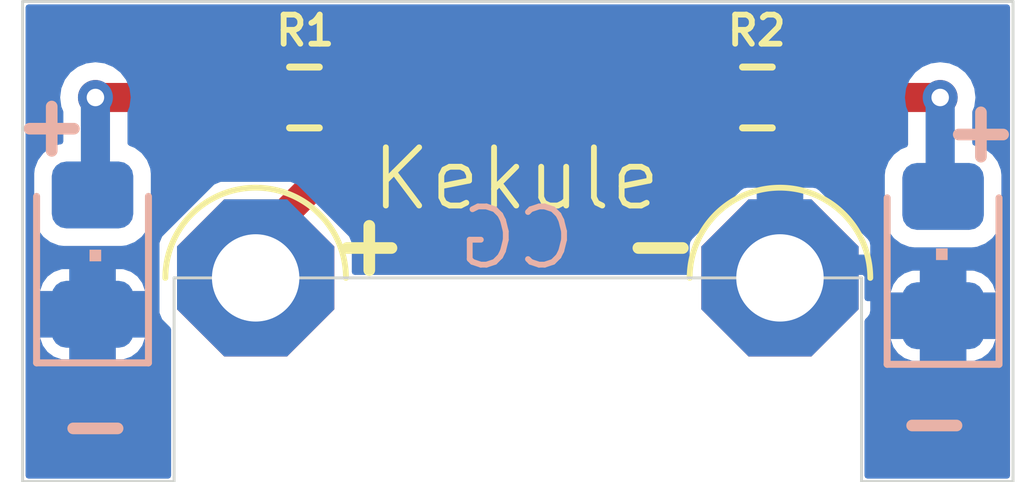
<source format=kicad_pcb>
(kicad_pcb (version 20240108) (generator "pcbnew") (generator_version "8.0")
  (layers (0 "F.Cu" signal) (31 "B.Cu" signal) (34 "B.Paste" user) (35 "F.Paste" user) (36 "B.SilkS" user "B.Silkscreen") (37 "F.SilkS" user "F.Silkscreen") (38 "B.Mask" user) (39 "F.Mask" user) (44 "Edge.Cuts" user))
  (net 0 "")
  (net 1 "Net-(D1-A)")
  (net 2 "GND")
  (net 3 "Net-(D2-A)")
  (net 4 "VCC")
  (footprint "TestPoint:TestPoint_THTPad_D3.0mm_Drill1.5mm" (layer "F.Cu") (at 63.5 36.55)
    (property "Reference" "J1" (hide yes))
    (property "Value" "~")
    (fp_arc (start -1.55 0) (mid 0 -1.55) (end 1.55 0) (stroke (width 0.1)) (layer "F.SilkS"))
    (pad "1" thru_hole roundrect (at 0 0) (size 2.7 2.7) (drill 1.5) (layers "*.Cu" "*.Mask") (roundrect_rratio 0) (chamfer_ratio 0.3) (chamfer top_left top_right bottom_left bottom_right) (net 4 "VCC"))
  )
  (footprint "Resistor_SMD:R_0603_1608Metric_Pad0.98x0.95mm_HandSolder" (layer "F.Cu") (at 64.3375 33.45 180)
    (property "Reference" "R1" (at -0.0125 1.15 0) (layer "F.SilkS") (effects (font (size 0.5 0.5) (thickness 0.1) (bold yes))))
    (property "Value" "R150")
    (fp_line (start -0.254724 0.5225) (end 0.254724 0.5225) (stroke (width 0.12)) (layer "F.SilkS"))
    (fp_line (start -0.254724 -0.5225) (end 0.254724 -0.5225) (stroke (width 0.12)) (layer "F.SilkS"))
    (pad "1" smd roundrect (at -0.9125 0 180) (size 0.975 0.95) (layers "F.Cu" "F.Paste" "F.Mask") (net 4 "VCC"))
    (pad "2" smd roundrect (at 0.9125 0 180) (size 0.975 0.95) (layers "F.Cu" "F.Paste" "F.Mask") (net 1 "Net-(D1-A)"))
  )
  (footprint "Resistor_SMD:R_0603_1608Metric_Pad0.98x0.95mm_HandSolder" (layer "F.Cu") (at 72.1125 33.45)
    (property "Reference" "R2" (at -0.0125 -1.15 0) (layer "F.SilkS") (effects (font (size 0.5 0.5) (thickness 0.1) (bold yes))))
    (property "Value" "R150")
    (fp_line (start -0.254724 -0.5225) (end 0.254724 -0.5225) (stroke (width 0.12)) (layer "F.SilkS"))
    (fp_line (start -0.254724 0.5225) (end 0.254724 0.5225) (stroke (width 0.12)) (layer "F.SilkS"))
    (pad "1" smd roundrect (at -0.9125 0) (size 0.975 0.95) (layers "F.Cu" "F.Paste" "F.Mask") (net 4 "VCC"))
    (pad "2" smd roundrect (at 0.9125 0) (size 0.975 0.95) (layers "F.Cu" "F.Paste" "F.Mask") (net 3 "Net-(D2-A)"))
  )
  (footprint "TestPoint:TestPoint_THTPad_D3.0mm_Drill1.5mm" (layer "F.Cu") (at 72.5 36.55)
    (property "Reference" "J2" (hide yes))
    (property "Value" "~")
    (fp_arc (start -1.55 0) (mid 0 -1.55) (end 1.55 0) (stroke (width 0.1)) (layer "F.SilkS"))
    (pad "1" thru_hole roundrect (at 0 0) (size 2.7 2.7) (drill 1.5) (layers "*.Cu" "*.Mask") (roundrect_rratio 0) (chamfer_ratio 0.3) (chamfer top_left top_right bottom_left bottom_right) (net 2 "GND"))
  )
  (footprint "LED_SMD:LED_0805_2012Metric_Pad1.15x1.40mm_HandSolder" (layer "B.Cu") (at 60.7 36.15 90)
    (property "Reference" "D1" (hide yes))
    (property "Value" "LED")
    (fp_line (start 1 -0.96) (end -1.86 -0.96) (stroke (width 0.12)) (layer "B.SilkS"))
    (fp_line (start -1.86 -0.96) (end -1.86 0.96) (stroke (width 0.12)) (layer "B.SilkS"))
    (fp_line (start -1.86 0.96) (end 1 0.96) (stroke (width 0.12)) (layer "B.SilkS"))
    (pad "1" smd roundrect (at -1.025 0 90) (size 1.15 1.4) (layers "B.Cu" "B.Paste" "B.Mask") (roundrect_rratio 0.217391) (net 2 "GND"))
    (pad "2" smd roundrect (at 1.025 0 90) (size 1.15 1.4) (layers "B.Cu" "B.Paste" "B.Mask") (roundrect_rratio 0.217391) (net 1 "Net-(D1-A)"))
  )
  (footprint "LED_SMD:LED_0805_2012Metric_Pad1.15x1.40mm_HandSolder" (layer "B.Cu") (at 75.3 36.175 90)
    (property "Reference" "D2" (hide yes))
    (property "Value" "LED")
    (fp_line (start 1 -0.96) (end -1.86 -0.96) (stroke (width 0.12)) (layer "B.SilkS"))
    (fp_line (start -1.86 -0.96) (end -1.86 0.96) (stroke (width 0.12)) (layer "B.SilkS"))
    (fp_line (start -1.86 0.96) (end 1 0.96) (stroke (width 0.12)) (layer "B.SilkS"))
    (pad "1" smd roundrect (at -1.025 0 90) (size 1.15 1.4) (layers "B.Cu" "B.Paste" "B.Mask") (roundrect_rratio 0.217391) (net 2 "GND"))
    (pad "2" smd roundrect (at 1.025 0 90) (size 1.15 1.4) (layers "B.Cu" "B.Paste" "B.Mask") (roundrect_rratio 0.217391) (net 3 "Net-(D2-A)"))
  )
  (gr_line (start 63.45 33.45) (end 60.75 33.45) (stroke (width 0.5)) (layer "F.Cu") (net 1))
  (gr_line (start 60.75 35.15) (end 60.75 33.45) (stroke (width 0.5)) (layer "B.Cu") (net 1))
  (gr_poly (pts (xy 60.848746 36.265338) (xy 60.648746 36.265338) (xy 60.648746 36.065338) (xy 60.848746 36.065338)) (fill solid) (layer "B.SilkS"))
  (gr_poly (pts (xy 75.37796 36.243452) (xy 75.17796 36.243452) (xy 75.17796 36.043452) (xy 75.37796 36.043452)) (fill solid) (layer "B.SilkS"))
  (gr_line (start 62.1 36.55) (end 73.9 36.55) (stroke (width 0.05)) (layer "Edge.Cuts"))
  (gr_line (start 73.9 36.55) (end 73.9 40.05) (stroke (width 0.05)) (layer "Edge.Cuts"))
  (gr_line (start 76.5 31.8) (end 59.5 31.8) (stroke (width 0.05)) (layer "Edge.Cuts"))
  (gr_line (start 62.1 40.05) (end 62.1 36.55) (stroke (width 0.05)) (layer "Edge.Cuts"))
  (gr_line (start 73.9 40.05) (end 76.5 40.05) (stroke (width 0.05)) (layer "Edge.Cuts"))
  (gr_line (start 76.5 40.05) (end 76.5 31.8) (stroke (width 0.05)) (layer "Edge.Cuts"))
  (gr_line (start 59.5 40.05) (end 62.1 40.05) (stroke (width 0.05)) (layer "Edge.Cuts"))
  (gr_line (start 59.5 31.8) (end 59.5 40.05) (stroke (width 0.05)) (layer "Edge.Cuts"))
  (gr_text "CG" (at 69.05 36.45 0) (layer "B.SilkS") (effects (font (size 1 1) (thickness 0.1)) (justify left bottom mirror)))
  (gr_text "+" (at 60.75 34.5 0) (layer "B.SilkS") (effects (font (size 1 1) (thickness 0.2) (bold yes)) (justify left bottom mirror)))
  (gr_text "-" (at 75.9 39.6 0) (layer "B.SilkS") (effects (font (size 1 1) (thickness 0.2) (bold yes)) (justify left bottom mirror)))
  (gr_text "+" (at 76.7 34.6 0) (layer "B.SilkS") (effects (font (size 1 1) (thickness 0.2) (bold yes)) (justify left bottom mirror)))
  (gr_text "-" (at 61.5 39.65 0) (layer "B.SilkS") (effects (font (size 1 1) (thickness 0.2) (bold yes)) (justify left bottom mirror)))
  (gr_text "Kekule" (at 65.4311 35.4342 0) (layer "F.SilkS") (effects (font (size 1 1) (thickness 0.1)) (justify left bottom)))
  (gr_text "+" (at 64.7 36.55 -0) (layer "F.SilkS") (effects (font (size 1 1) (thickness 0.2) (bold yes)) (justify left bottom)))
  (gr_text "-" (at 69.7 36.55 -0) (layer "F.SilkS") (effects (font (size 1 1) (thickness 0.2) (bold yes)) (justify left bottom)))
  (via (at 60.75 33.45) (size 0.6) (drill 0.3) (layers "F.Cu" "B.Cu") (net 1))
  (segment (start 75.3 37.2) (end 75.3 36.851166) (width 0.4) (layer "B.Cu") (net 2))
  (segment (start 60.7 37.175) (end 60.7 37.15) (width 0.4) (layer "B.Cu") (net 2))
  (segment (start 75.375 37.2265) (end 75.0949 37.2265) (width 0.1524) (layer "B.Cu") (net 2))
  (segment (start 75.3 37.2) (end 75.3 36.901166) (width 0.4) (layer "B.Cu") (net 2))
  (segment (start 60.7 37.175) (end 60.7 36.894314) (width 0.4) (layer "B.Cu") (net 2))
  (segment (start 73.025 33.45) (end 75.25 33.45) (width 0.5) (layer "F.Cu") (net 3))
  (via (at 75.25 33.45) (size 0.6) (drill 0.3) (layers "F.Cu" "B.Cu") (net 3))
  (segment (start 75.25 33.45) (end 75.25 35.15) (width 0.5) (layer "B.Cu") (net 3))
  (segment (start 75.375 33.475) (end 75.35 33.45) (width 0.2) (layer "B.Cu") (net 3))
  (segment (start 65.25 33.45) (end 65.25 34.2) (width 0.5) (layer "F.Cu") (net 4))
  (segment (start 71.2 33.45) (end 65.25 33.45) (width 0.5) (layer "F.Cu") (net 4))
  (segment (start 71.219 33.45) (end 71.223 33.446) (width 0.2) (layer "F.Cu") (net 4))
  (segment (start 65.25 34.2) (end 63.5 35.95) (width 0.5) (layer "F.Cu") (net 4))
  (segment (start 65.215 33.485) (end 65.176 33.446) (width 0.1524) (layer "F.Cu") (net 4))
  (zone (net 2) (net_name "GND") (layer "B.Cu") (connect_pads (clearance 0.3)) (min_thickness 0.1) (fill yes (thermal_gap 0.2) (thermal_bridge_width 0.8))
    (polygon (pts (xy 59.5 31.8) (xy 59.5 40.05) (xy 62.1 40.05) (xy 62.1 36.55) (xy 73.9 36.55) (xy 73.9 40.05) (xy 76.5 40.05) (xy 76.5 31.8)))
  )
)
</source>
